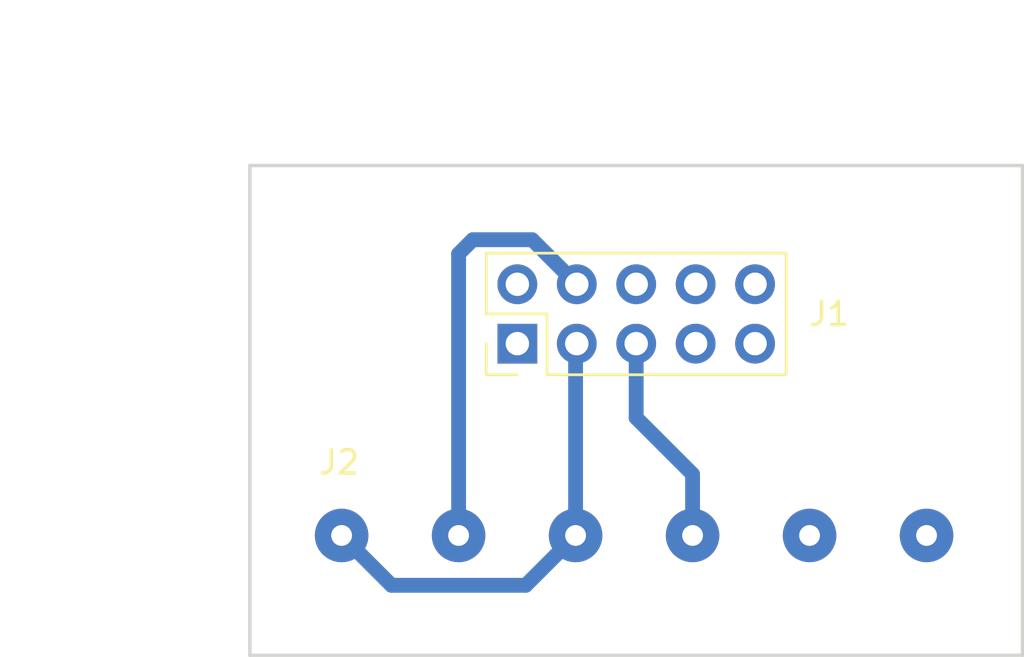
<source format=kicad_pcb>
(kicad_pcb (version 20171130) (host pcbnew "(5.1.5)-3")

  (general
    (thickness 1.6)
    (drawings 6)
    (tracks 12)
    (zones 0)
    (modules 2)
    (nets 13)
  )

  (page A4)
  (layers
    (0 F.Cu signal)
    (31 B.Cu signal)
    (32 B.Adhes user)
    (33 F.Adhes user)
    (34 B.Paste user)
    (35 F.Paste user)
    (36 B.SilkS user)
    (37 F.SilkS user)
    (38 B.Mask user)
    (39 F.Mask user)
    (40 Dwgs.User user)
    (41 Cmts.User user)
    (42 Eco1.User user)
    (43 Eco2.User user)
    (44 Edge.Cuts user)
    (45 Margin user)
    (46 B.CrtYd user)
    (47 F.CrtYd user)
    (48 B.Fab user hide)
    (49 F.Fab user hide)
  )

  (setup
    (last_trace_width 0.25)
    (user_trace_width 0.635)
    (trace_clearance 0.2)
    (zone_clearance 0.508)
    (zone_45_only no)
    (trace_min 0.2)
    (via_size 0.8)
    (via_drill 0.4)
    (via_min_size 0.4)
    (via_min_drill 0.3)
    (user_via 1.651 0.635)
    (uvia_size 0.3)
    (uvia_drill 0.1)
    (uvias_allowed no)
    (uvia_min_size 0.2)
    (uvia_min_drill 0.1)
    (edge_width 0.05)
    (segment_width 0.2)
    (pcb_text_width 0.3)
    (pcb_text_size 1.5 1.5)
    (mod_edge_width 0.12)
    (mod_text_size 1 1)
    (mod_text_width 0.15)
    (pad_size 1.524 1.524)
    (pad_drill 0.762)
    (pad_to_mask_clearance 0.051)
    (solder_mask_min_width 0.25)
    (aux_axis_origin 0 0)
    (grid_origin 91.44 -24.13)
    (visible_elements 7FFFFFFF)
    (pcbplotparams
      (layerselection 0x010fc_ffffffff)
      (usegerberextensions false)
      (usegerberattributes false)
      (usegerberadvancedattributes false)
      (creategerberjobfile false)
      (excludeedgelayer true)
      (linewidth 0.100000)
      (plotframeref false)
      (viasonmask false)
      (mode 1)
      (useauxorigin false)
      (hpglpennumber 1)
      (hpglpenspeed 20)
      (hpglpendiameter 15.000000)
      (psnegative false)
      (psa4output false)
      (plotreference true)
      (plotvalue true)
      (plotinvisibletext false)
      (padsonsilk false)
      (subtractmaskfromsilk false)
      (outputformat 1)
      (mirror false)
      (drillshape 0)
      (scaleselection 1)
      (outputdirectory ""))
  )

  (net 0 "")
  (net 1 "Net-(J1-Pad10)")
  (net 2 "Net-(J1-Pad9)")
  (net 3 "Net-(J1-Pad8)")
  (net 4 "Net-(J1-Pad7)")
  (net 5 "Net-(J1-Pad6)")
  (net 6 /Dir)
  (net 7 /Step)
  (net 8 /5v)
  (net 9 "Net-(J1-Pad2)")
  (net 10 "Net-(J1-Pad1)")
  (net 11 "Net-(J2-Pad6)")
  (net 12 "Net-(J2-Pad5)")

  (net_class Default "This is the default net class."
    (clearance 0.2)
    (trace_width 0.25)
    (via_dia 0.8)
    (via_drill 0.4)
    (uvia_dia 0.3)
    (uvia_drill 0.1)
    (add_net /5v)
    (add_net /Dir)
    (add_net /Step)
    (add_net "Net-(J1-Pad1)")
    (add_net "Net-(J1-Pad10)")
    (add_net "Net-(J1-Pad2)")
    (add_net "Net-(J1-Pad6)")
    (add_net "Net-(J1-Pad7)")
    (add_net "Net-(J1-Pad8)")
    (add_net "Net-(J1-Pad9)")
    (add_net "Net-(J2-Pad5)")
    (add_net "Net-(J2-Pad6)")
  )

  (module "AMiscParts:6 Pin 5.00 mm" (layer F.Cu) (tedit 5D7D26A8) (tstamp 5D7D696D)
    (at 107.8592 -29.2608)
    (path /5D7E0166)
    (fp_text reference J2 (at -12.6092 -3.1242) (layer F.SilkS)
      (effects (font (size 1 1) (thickness 0.15)))
    )
    (fp_text value Conn_01x06 (at 0 3.2258) (layer F.Fab)
      (effects (font (size 1 1) (thickness 0.15)))
    )
    (pad 6 thru_hole circle (at 12.5 0) (size 2.286 2.286) (drill 0.889) (layers *.Cu *.Mask)
      (net 11 "Net-(J2-Pad6)"))
    (pad 5 thru_hole circle (at 7.5 0) (size 2.286 2.286) (drill 0.889) (layers *.Cu *.Mask)
      (net 12 "Net-(J2-Pad5)"))
    (pad 4 thru_hole circle (at 2.5 0) (size 2.286 2.286) (drill 0.889) (layers *.Cu *.Mask)
      (net 6 /Dir))
    (pad 3 thru_hole circle (at -2.5 0) (size 2.286 2.286) (drill 0.889) (layers *.Cu *.Mask)
      (net 8 /5v))
    (pad 2 thru_hole circle (at -7.5 0) (size 2.286 2.286) (drill 0.889) (layers *.Cu *.Mask)
      (net 7 /Step))
    (pad 1 thru_hole circle (at -12.5 0) (size 2.286 2.286) (drill 0.889) (layers *.Cu *.Mask)
      (net 8 /5v))
  )

  (module Connector_PinHeader_2.54mm:PinHeader_2x05_P2.54mm_Vertical (layer F.Cu) (tedit 59FED5CC) (tstamp 5D7D6963)
    (at 102.87 -37.465 90)
    (descr "Through hole straight pin header, 2x05, 2.54mm pitch, double rows")
    (tags "Through hole pin header THT 2x05 2.54mm double row")
    (path /5D7DF465)
    (fp_text reference J1 (at 1.27 13.335 180) (layer F.SilkS)
      (effects (font (size 1 1) (thickness 0.15)))
    )
    (fp_text value Conn_02x05_Odd_Even (at 6.35 5.08 180) (layer F.Fab)
      (effects (font (size 1 1) (thickness 0.15)))
    )
    (fp_text user %R (at 1.27 5.08) (layer F.Fab)
      (effects (font (size 1 1) (thickness 0.15)))
    )
    (fp_line (start 4.35 -1.8) (end -1.8 -1.8) (layer F.CrtYd) (width 0.05))
    (fp_line (start 4.35 11.95) (end 4.35 -1.8) (layer F.CrtYd) (width 0.05))
    (fp_line (start -1.8 11.95) (end 4.35 11.95) (layer F.CrtYd) (width 0.05))
    (fp_line (start -1.8 -1.8) (end -1.8 11.95) (layer F.CrtYd) (width 0.05))
    (fp_line (start -1.33 -1.33) (end 0 -1.33) (layer F.SilkS) (width 0.12))
    (fp_line (start -1.33 0) (end -1.33 -1.33) (layer F.SilkS) (width 0.12))
    (fp_line (start 1.27 -1.33) (end 3.87 -1.33) (layer F.SilkS) (width 0.12))
    (fp_line (start 1.27 1.27) (end 1.27 -1.33) (layer F.SilkS) (width 0.12))
    (fp_line (start -1.33 1.27) (end 1.27 1.27) (layer F.SilkS) (width 0.12))
    (fp_line (start 3.87 -1.33) (end 3.87 11.49) (layer F.SilkS) (width 0.12))
    (fp_line (start -1.33 1.27) (end -1.33 11.49) (layer F.SilkS) (width 0.12))
    (fp_line (start -1.33 11.49) (end 3.87 11.49) (layer F.SilkS) (width 0.12))
    (fp_line (start -1.27 0) (end 0 -1.27) (layer F.Fab) (width 0.1))
    (fp_line (start -1.27 11.43) (end -1.27 0) (layer F.Fab) (width 0.1))
    (fp_line (start 3.81 11.43) (end -1.27 11.43) (layer F.Fab) (width 0.1))
    (fp_line (start 3.81 -1.27) (end 3.81 11.43) (layer F.Fab) (width 0.1))
    (fp_line (start 0 -1.27) (end 3.81 -1.27) (layer F.Fab) (width 0.1))
    (pad 10 thru_hole oval (at 2.54 10.16 90) (size 1.7 1.7) (drill 1) (layers *.Cu *.Mask)
      (net 1 "Net-(J1-Pad10)"))
    (pad 9 thru_hole oval (at 0 10.16 90) (size 1.7 1.7) (drill 1) (layers *.Cu *.Mask)
      (net 2 "Net-(J1-Pad9)"))
    (pad 8 thru_hole oval (at 2.54 7.62 90) (size 1.7 1.7) (drill 1) (layers *.Cu *.Mask)
      (net 3 "Net-(J1-Pad8)"))
    (pad 7 thru_hole oval (at 0 7.62 90) (size 1.7 1.7) (drill 1) (layers *.Cu *.Mask)
      (net 4 "Net-(J1-Pad7)"))
    (pad 6 thru_hole oval (at 2.54 5.08 90) (size 1.7 1.7) (drill 1) (layers *.Cu *.Mask)
      (net 5 "Net-(J1-Pad6)"))
    (pad 5 thru_hole oval (at 0 5.08 90) (size 1.7 1.7) (drill 1) (layers *.Cu *.Mask)
      (net 6 /Dir))
    (pad 4 thru_hole oval (at 2.54 2.54 90) (size 1.7 1.7) (drill 1) (layers *.Cu *.Mask)
      (net 7 /Step))
    (pad 3 thru_hole oval (at 0 2.54 90) (size 1.7 1.7) (drill 1) (layers *.Cu *.Mask)
      (net 8 /5v))
    (pad 2 thru_hole oval (at 2.54 0 90) (size 1.7 1.7) (drill 1) (layers *.Cu *.Mask)
      (net 9 "Net-(J1-Pad2)"))
    (pad 1 thru_hole rect (at 0 0 90) (size 1.7 1.7) (drill 1) (layers *.Cu *.Mask)
      (net 10 "Net-(J1-Pad1)"))
    (model ${KISYS3DMOD}/Connector_PinHeader_2.54mm.3dshapes/PinHeader_2x05_P2.54mm_Vertical.wrl
      (at (xyz 0 0 0))
      (scale (xyz 1 1 1))
      (rotate (xyz 0 0 0))
    )
  )

  (dimension 33.02 (width 0.15) (layer Dwgs.User)
    (gr_text "1.3000 in" (at 107.95 -51.465) (layer Dwgs.User)
      (effects (font (size 1 1) (thickness 0.15)))
    )
    (feature1 (pts (xy 124.46 -45.085) (xy 124.46 -50.751421)))
    (feature2 (pts (xy 91.44 -45.085) (xy 91.44 -50.751421)))
    (crossbar (pts (xy 91.44 -50.165) (xy 124.46 -50.165)))
    (arrow1a (pts (xy 124.46 -50.165) (xy 123.333496 -49.578579)))
    (arrow1b (pts (xy 124.46 -50.165) (xy 123.333496 -50.751421)))
    (arrow2a (pts (xy 91.44 -50.165) (xy 92.566504 -49.578579)))
    (arrow2b (pts (xy 91.44 -50.165) (xy 92.566504 -50.751421)))
  )
  (dimension 20.955 (width 0.12) (layer Dwgs.User)
    (gr_text "0.8250 in" (at 84.455 -34.6075 90) (layer Dwgs.User)
      (effects (font (size 1 1) (thickness 0.15)))
    )
    (feature1 (pts (xy 91.44 -45.085) (xy 85.138579 -45.085)))
    (feature2 (pts (xy 91.44 -24.13) (xy 85.138579 -24.13)))
    (crossbar (pts (xy 85.725 -24.13) (xy 85.725 -45.085)))
    (arrow1a (pts (xy 85.725 -45.085) (xy 86.311421 -43.958496)))
    (arrow1b (pts (xy 85.725 -45.085) (xy 85.138579 -43.958496)))
    (arrow2a (pts (xy 85.725 -24.13) (xy 86.311421 -25.256504)))
    (arrow2b (pts (xy 85.725 -24.13) (xy 85.138579 -25.256504)))
  )
  (gr_line (start 91.44 -24.13) (end 91.44 -45.085) (layer Edge.Cuts) (width 0.15) (tstamp 5D7D6B2A))
  (gr_line (start 124.46 -24.13) (end 91.44 -24.13) (layer Edge.Cuts) (width 0.15))
  (gr_line (start 124.46 -45.085) (end 124.46 -24.13) (layer Edge.Cuts) (width 0.15))
  (gr_line (start 91.44 -45.085) (end 124.46 -45.085) (layer Edge.Cuts) (width 0.15) (tstamp 5D7D6B2E))

  (segment (start 110.3592 -29.2608) (end 110.3592 -31.8808) (width 0.635) (layer B.Cu) (net 6))
  (segment (start 110.3592 -31.8808) (end 107.95 -34.29) (width 0.635) (layer B.Cu) (net 6))
  (segment (start 107.95 -34.29) (end 107.95 -37.465) (width 0.635) (layer B.Cu) (net 6))
  (segment (start 103.505 -41.91) (end 105.41 -40.005) (width 0.635) (layer B.Cu) (net 7))
  (segment (start 100.3592 -41.3042) (end 100.965 -41.91) (width 0.635) (layer B.Cu) (net 7))
  (segment (start 100.3592 -29.2608) (end 100.3592 -41.3042) (width 0.635) (layer B.Cu) (net 7))
  (segment (start 100.965 -41.91) (end 103.505 -41.91) (width 0.635) (layer B.Cu) (net 7))
  (segment (start 105.3592 -29.2608) (end 105.3592 -36.7792) (width 0.635) (layer B.Cu) (net 8))
  (segment (start 105.3592 -36.7792) (end 105.41 -36.83) (width 0.635) (layer B.Cu) (net 8))
  (segment (start 103.2284 -27.13) (end 105.3592 -29.2608) (width 0.635) (layer B.Cu) (net 8))
  (segment (start 95.3592 -29.2608) (end 97.49 -27.13) (width 0.635) (layer B.Cu) (net 8))
  (segment (start 97.49 -27.13) (end 103.2284 -27.13) (width 0.635) (layer B.Cu) (net 8))

)

</source>
